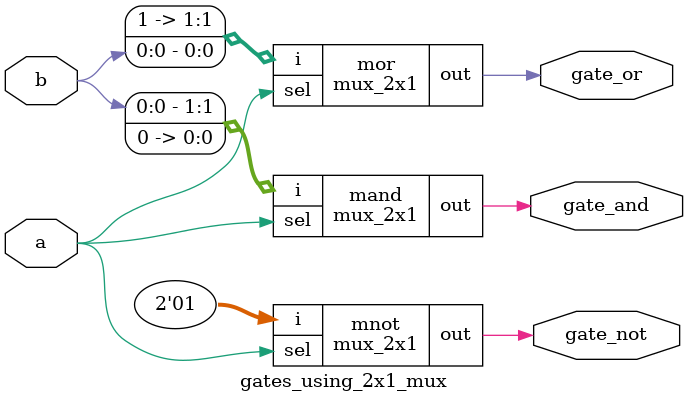
<source format=v>
module mux_2x1(
    input [1:0]i,
    input sel,
    output out
);

    assign out= sel ? i[1] : i[0] ;

endmodule 

module gates_using_2x1_mux(
    input a,b,
    output gate_and, gate_or, gate_not
    );
    
    mux_2x1 mand({b, 1'b0}, a, gate_and);
    mux_2x1 mor({1'b1, b}, a, gate_or);
    mux_2x1 mnot({1'b0, 1'b1}, a, gate_not);
    
endmodule

</source>
